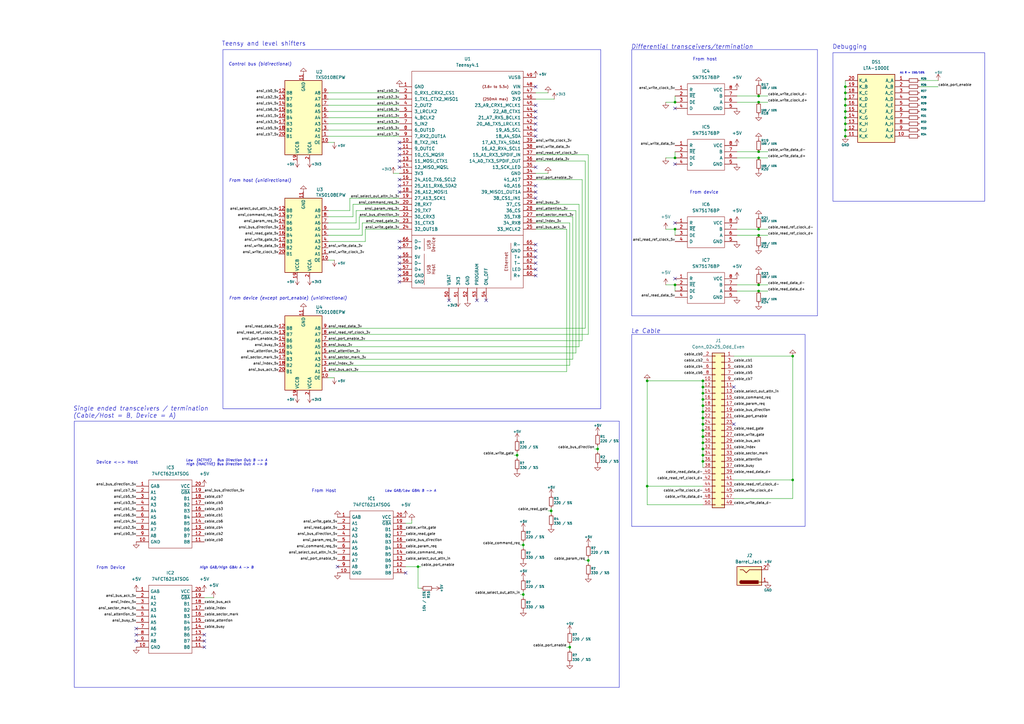
<source format=kicad_sch>
(kicad_sch (version 20231120) (generator "eeschema") (generator_version "8.0")
  (paper "A3")
  (title_block (title "TANSI breadboard") (date "2024-05-18") (rev "0.1") (company "Toshok Electric Light & Manufacturing"))
  (junction (at 311.15 93.98))
  (junction (at 265.43 156.21))
  (junction (at 311.15 39.37))
  (junction (at 288.29 181.61))
  (junction (at 288.29 168.91))
  (junction (at 346.71 40.64))
  (junction (at 288.29 166.37))
  (junction (at 288.29 156.21))
  (junction (at 346.71 50.8))
  (junction (at 311.15 119.38))
  (junction (at 346.71 38.1))
  (junction (at 245.11 184.15))
  (junction (at 288.29 158.75))
  (junction (at 288.29 161.29))
  (junction (at 288.29 184.15))
  (junction (at 288.29 179.07))
  (junction (at 212.09 186.69))
  (junction (at 311.15 62.23))
  (junction (at 288.29 171.45))
  (junction (at 171.45 232.41))
  (junction (at 276.86 116.84))
  (junction (at 311.15 41.91))
  (junction (at 311.15 96.52))
  (junction (at 346.71 53.34))
  (junction (at 325.12 196.85))
  (junction (at 276.86 41.91))
  (junction (at 346.71 48.26))
  (junction (at 241.3 229.87))
  (junction (at 325.12 146.05))
  (junction (at 288.29 173.99))
  (junction (at 311.15 116.84))
  (junction (at 346.71 45.72))
  (junction (at 226.06 209.55))
  (junction (at 288.29 163.83))
  (junction (at 276.86 64.77))
  (junction (at 276.86 93.98))
  (junction (at 214.63 223.52))
  (junction (at 288.29 189.23))
  (junction (at 288.29 176.53))
  (junction (at 346.71 35.56))
  (junction (at 233.68 265.43))
  (junction (at 214.63 243.84))
  (junction (at 288.29 186.69))
  (junction (at 346.71 55.88))
  (junction (at 265.43 199.39))
  (junction (at 346.71 43.18))
  (junction (at 311.15 64.77))
  (no_connect (at 163.83 101.6))
  (no_connect (at 163.83 76.2))
  (no_connect (at 276.86 114.3))
  (no_connect (at 138.43 232.41))
  (no_connect (at 219.71 50.8))
  (no_connect (at 219.71 68.58))
  (no_connect (at 163.83 115.57))
  (no_connect (at 163.83 66.04))
  (no_connect (at 184.15 123.19))
  (no_connect (at 163.83 78.74))
  (no_connect (at 163.83 73.66))
  (no_connect (at 276.86 91.44))
  (no_connect (at 163.83 110.49))
  (no_connect (at 219.71 105.41))
  (no_connect (at 219.71 100.33))
  (no_connect (at 163.83 107.95))
  (no_connect (at 219.71 45.72))
  (no_connect (at 55.88 262.89))
  (no_connect (at 300.99 173.99))
  (no_connect (at 163.83 60.96))
  (no_connect (at 195.58 123.19))
  (no_connect (at 163.83 105.41))
  (no_connect (at 219.71 102.87))
  (no_connect (at 219.71 78.74))
  (no_connect (at 276.86 67.31))
  (no_connect (at 55.88 260.35))
  (no_connect (at 219.71 81.28))
  (no_connect (at 219.71 43.18))
  (no_connect (at 300.99 158.75))
  (no_connect (at 166.37 234.95))
  (no_connect (at 219.71 55.88))
  (no_connect (at 199.39 123.19))
  (no_connect (at 219.71 53.34))
  (no_connect (at 219.71 35.56))
  (no_connect (at 83.82 262.89))
  (no_connect (at 219.71 107.95))
  (no_connect (at 219.71 110.49))
  (no_connect (at 163.83 99.06))
  (no_connect (at 163.83 63.5))
  (no_connect (at 219.71 76.2))
  (no_connect (at 276.86 44.45))
  (no_connect (at 219.71 48.26))
  (no_connect (at 55.88 257.81))
  (no_connect (at 83.82 260.35))
  (no_connect (at 83.82 265.43))
  (no_connect (at 219.71 113.03))
  (no_connect (at 163.83 58.42))
  (no_connect (at 163.83 113.03))
  (no_connect (at 163.83 68.58))
  (wire (pts (xy 302.26 64.77) (xy 311.15 64.77)))
  (wire (pts (xy 346.71 33.02) (xy 346.71 35.56)))
  (wire (pts (xy 214.63 242.57) (xy 214.63 243.84)))
  (wire (pts (xy 276.86 93.98) (xy 276.86 96.52)))
  (wire (pts (xy 288.29 158.75) (xy 288.29 161.29)))
  (wire (pts (xy 325.12 196.85) (xy 325.12 146.05)))
  (wire (pts (xy 302.26 119.38) (xy 311.15 119.38)))
  (wire (pts (xy 346.71 48.26) (xy 346.71 50.8)))
  (wire (pts (xy 241.3 137.16) (xy 134.62 137.16)))
  (wire (pts (xy 134.62 40.64) (xy 163.83 40.64)))
  (wire (pts (xy 241.3 228.6) (xy 241.3 229.87)))
  (wire (pts (xy 219.71 73.66) (xy 238.76 73.66)))
  (wire (pts (xy 346.71 45.72) (xy 346.71 48.26)))
  (wire (pts (xy 144.78 88.9) (xy 134.62 88.9)))
  (wire (pts (xy 134.62 45.72) (xy 163.83 45.72)))
  (wire (pts (xy 219.71 88.9) (xy 234.95 88.9)))
  (wire (pts (xy 149.86 93.98) (xy 149.86 99.06)))
  (wire (pts (xy 325.12 196.85) (xy 300.99 196.85)))
  (wire (pts (xy 240.03 134.62) (xy 134.62 134.62)))
  (wire (pts (xy 273.05 93.98) (xy 276.86 93.98)))
  (wire (pts (xy 241.3 229.87) (xy 241.3 231.14)))
  (wire (pts (xy 302.26 62.23) (xy 311.15 62.23)))
  (wire (pts (xy 212.09 185.42) (xy 212.09 186.69)))
  (wire (pts (xy 384.81 33.02) (xy 377.19 33.02)))
  (wire (pts (xy 245.11 184.15) (xy 245.11 185.42)))
  (wire (pts (xy 226.06 209.55) (xy 226.06 210.82)))
  (wire (pts (xy 219.71 63.5) (xy 241.3 63.5)))
  (wire (pts (xy 243.84 184.15) (xy 245.11 184.15)))
  (wire (pts (xy 134.62 149.86) (xy 233.68 149.86)))
  (wire (pts (xy 311.15 62.23) (xy 314.96 62.23)))
  (wire (pts (xy 171.45 232.41) (xy 171.45 241.3)))
  (wire (pts (xy 137.16 58.42) (xy 134.62 58.42)))
  (wire (pts (xy 137.16 154.94) (xy 134.62 154.94)))
  (wire (pts (xy 172.72 241.3) (xy 171.45 241.3)))
  (wire (pts (xy 149.86 99.06) (xy 134.62 99.06)))
  (wire (pts (xy 288.29 163.83) (xy 288.29 166.37)))
  (wire (pts (xy 146.05 86.36) (xy 163.83 86.36)))
  (wire (pts (xy 311.15 39.37) (xy 314.96 39.37)))
  (wire (pts (xy 214.63 223.52) (xy 214.63 224.79)))
  (wire (pts (xy 144.78 83.82) (xy 163.83 83.82)))
  (wire (pts (xy 384.81 35.56) (xy 377.19 35.56)))
  (wire (pts (xy 288.29 171.45) (xy 288.29 173.99)))
  (wire (pts (xy 134.62 147.32) (xy 234.95 147.32)))
  (wire (pts (xy 233.68 91.44) (xy 233.68 149.86)))
  (wire (pts (xy 276.86 39.37) (xy 276.86 41.91)))
  (wire (pts (xy 134.62 53.34) (xy 163.83 53.34)))
  (wire (pts (xy 237.49 83.82) (xy 237.49 142.24)))
  (wire (pts (xy 302.26 41.91) (xy 311.15 41.91)))
  (wire (pts (xy 219.71 91.44) (xy 233.68 91.44)))
  (wire (pts (xy 325.12 146.05) (xy 300.99 146.05)))
  (wire (pts (xy 288.29 156.21) (xy 265.43 156.21)))
  (wire (pts (xy 168.91 214.63) (xy 168.91 213.36)))
  (wire (pts (xy 265.43 199.39) (xy 265.43 156.21)))
  (wire (pts (xy 240.03 66.04) (xy 240.03 134.62)))
  (wire (pts (xy 302.26 96.52) (xy 311.15 96.52)))
  (wire (pts (xy 241.3 63.5) (xy 241.3 137.16)))
  (wire (pts (xy 288.29 181.61) (xy 288.29 184.15)))
  (wire (pts (xy 134.62 38.1) (xy 163.83 38.1)))
  (wire (pts (xy 273.05 116.84) (xy 276.86 116.84)))
  (wire (pts (xy 273.05 41.91) (xy 276.86 41.91)))
  (wire (pts (xy 134.62 48.26) (xy 163.83 48.26)))
  (wire (pts (xy 288.29 207.01) (xy 265.43 207.01)))
  (wire (pts (xy 276.86 62.23) (xy 276.86 64.77)))
  (wire (pts (xy 240.03 229.87) (xy 241.3 229.87)))
  (wire (pts (xy 311.15 96.52) (xy 314.96 96.52)))
  (wire (pts (xy 134.62 43.18) (xy 163.83 43.18)))
  (wire (pts (xy 233.68 264.16) (xy 233.68 265.43)))
  (wire (pts (xy 302.26 116.84) (xy 311.15 116.84)))
  (wire (pts (xy 147.32 93.98) (xy 134.62 93.98)))
  (wire (pts (xy 212.09 186.69) (xy 212.09 187.96)))
  (wire (pts (xy 288.29 184.15) (xy 288.29 186.69)))
  (wire (pts (xy 166.37 232.41) (xy 171.45 232.41)))
  (wire (pts (xy 219.71 71.12) (xy 224.79 71.12)))
  (wire (pts (xy 147.32 88.9) (xy 163.83 88.9)))
  (wire (pts (xy 325.12 204.47) (xy 325.12 196.85)))
  (wire (pts (xy 166.37 214.63) (xy 168.91 214.63)))
  (wire (pts (xy 311.15 93.98) (xy 314.96 93.98)))
  (wire (pts (xy 288.29 179.07) (xy 288.29 181.61)))
  (wire (pts (xy 134.62 152.4) (xy 232.41 152.4)))
  (wire (pts (xy 238.76 139.7) (xy 134.62 139.7)))
  (wire (pts (xy 134.62 144.78) (xy 236.22 144.78)))
  (wire (pts (xy 288.29 161.29) (xy 288.29 163.83)))
  (wire (pts (xy 147.32 88.9) (xy 147.32 93.98)))
  (wire (pts (xy 276.86 116.84) (xy 276.86 119.38)))
  (wire (pts (xy 288.29 168.91) (xy 288.29 171.45)))
  (wire (pts (xy 232.41 265.43) (xy 233.68 265.43)))
  (wire (pts (xy 134.62 55.88) (xy 163.83 55.88)))
  (wire (pts (xy 346.71 53.34) (xy 346.71 55.88)))
  (wire (pts (xy 311.15 116.84) (xy 314.96 116.84)))
  (wire (pts (xy 311.15 119.38) (xy 314.96 119.38)))
  (wire (pts (xy 143.51 81.28) (xy 163.83 81.28)))
  (wire (pts (xy 213.36 243.84) (xy 214.63 243.84)))
  (wire (pts (xy 149.86 93.98) (xy 163.83 93.98)))
  (wire (pts (xy 234.95 88.9) (xy 234.95 147.32)))
  (wire (pts (xy 288.29 176.53) (xy 288.29 179.07)))
  (wire (pts (xy 226.06 208.28) (xy 226.06 209.55)))
  (wire (pts (xy 219.71 40.64) (xy 227.33 40.64)))
  (wire (pts (xy 137.16 106.68) (xy 134.62 106.68)))
  (wire (pts (xy 219.71 86.36) (xy 236.22 86.36)))
  (wire (pts (xy 300.99 204.47) (xy 325.12 204.47)))
  (wire (pts (xy 213.36 223.52) (xy 214.63 223.52)))
  (wire (pts (xy 144.78 83.82) (xy 144.78 88.9)))
  (wire (pts (xy 143.51 86.36) (xy 134.62 86.36)))
  (wire (pts (xy 134.62 50.8) (xy 163.83 50.8)))
  (wire (pts (xy 210.82 186.69) (xy 212.09 186.69)))
  (wire (pts (xy 288.29 199.39) (xy 265.43 199.39)))
  (wire (pts (xy 233.68 265.43) (xy 233.68 266.7)))
  (wire (pts (xy 146.05 91.44) (xy 134.62 91.44)))
  (wire (pts (xy 245.11 182.88) (xy 245.11 184.15)))
  (wire (pts (xy 143.51 81.28) (xy 143.51 86.36)))
  (wire (pts (xy 238.76 73.66) (xy 238.76 139.7)))
  (wire (pts (xy 161.29 71.12) (xy 163.83 71.12)))
  (wire (pts (xy 346.71 50.8) (xy 346.71 53.34)))
  (wire (pts (xy 288.29 156.21) (xy 288.29 158.75)))
  (wire (pts (xy 219.71 38.1) (xy 224.79 38.1)))
  (wire (pts (xy 171.45 232.41) (xy 172.72 232.41)))
  (wire (pts (xy 302.26 39.37) (xy 311.15 39.37)))
  (wire (pts (xy 288.29 186.69) (xy 288.29 189.23)))
  (wire (pts (xy 146.05 86.36) (xy 146.05 91.44)))
  (wire (pts (xy 219.71 66.04) (xy 240.03 66.04)))
  (wire (pts (xy 134.62 142.24) (xy 237.49 142.24)))
  (wire (pts (xy 148.59 91.44) (xy 163.83 91.44)))
  (wire (pts (xy 148.59 96.52) (xy 134.62 96.52)))
  (wire (pts (xy 224.79 209.55) (xy 226.06 209.55)))
  (wire (pts (xy 236.22 86.36) (xy 236.22 144.78)))
  (wire (pts (xy 83.82 245.11) (xy 87.63 245.11)))
  (wire (pts (xy 148.59 91.44) (xy 148.59 96.52)))
  (wire (pts (xy 219.71 83.82) (xy 237.49 83.82)))
  (wire (pts (xy 288.29 166.37) (xy 288.29 168.91)))
  (wire (pts (xy 311.15 64.77) (xy 314.96 64.77)))
  (wire (pts (xy 346.71 40.64) (xy 346.71 43.18)))
  (wire (pts (xy 273.05 64.77) (xy 276.86 64.77)))
  (wire (pts (xy 311.15 41.91) (xy 314.96 41.91)))
  (wire (pts (xy 214.63 222.25) (xy 214.63 223.52)))
  (wire (pts (xy 288.29 173.99) (xy 288.29 176.53)))
  (wire (pts (xy 219.71 93.98) (xy 232.41 93.98)))
  (wire (pts (xy 346.71 35.56) (xy 346.71 38.1)))
  (wire (pts (xy 265.43 207.01) (xy 265.43 199.39)))
  (wire (pts (xy 302.26 93.98) (xy 311.15 93.98)))
  (wire (pts (xy 288.29 189.23) (xy 288.29 191.77)))
  (wire (pts (xy 346.71 38.1) (xy 346.71 40.64)))
  (wire (pts (xy 346.71 43.18) (xy 346.71 45.72)))
  (wire (pts (xy 214.63 243.84) (xy 214.63 245.11)))
  (wire (pts (xy 232.41 93.98) (xy 232.41 152.4)))
  (rectangle (start 30.48 172.72) (end 254 281.94))
  (rectangle (start 259.08 20.32) (end 335.28 129.54))
  (rectangle (start 91.44 20.32) (end 246.38 167.64))
  (rectangle (start 341.63 21.59) (end 403.86 82.55))
  (rectangle (start 259.08 137.16) (end 330.2 215.9))
  (text "Debugging" (at 348.488 19.304 0) (effects (font (size 1.8 1.8))))
  (text "From device (except port_enable) (unidirectional)" (at 118.11 122.428 0) (effects (font (size 1.27 1.27) (italic yes))))
  (text "Device <-> Host" (at 48.006 189.738 0) (effects (font (size 1.27 1.27))))
  (text "Differential transceivers/termination" (at 258.826 19.304 0) (effects (font (size 1.8 1.8) (italic yes)) (justify left)))
  (text "Le Cable" (at 258.826 135.89 0) (effects (font (size 1.8 1.8) (italic yes)) (justify left)))
  (text "Control bus (bidirectional)" (at 106.68 26.416 0) (effects (font (size 1.27 1.27) (italic yes))))
  (text "From host (unidirectional)" (at 106.68 74.168 0) (effects (font (size 1.27 1.27) (italic yes))))
  (text "High GAB/High GBA: A -> B" (at 92.964 232.918 0) (effects (font (size 1 1) (italic yes))))
  (text "From Host" (at 132.842 201.422 0) (effects (font (size 1.27 1.27))))
  (text "Low GAB/Low GBA: B -> A" (at 168.402 201.422 0) (effects (font (size 1 1) (italic yes))))
  (text "All R = 150/10%" (at 374.142 29.972 0) (effects (font (size 0.75 0.75))))
  (text "From Device" (at 45.466 232.918 0) (effects (font (size 1.27 1.27))))
  (text "From host" (at 289.052 24.384 0) (effects (font (size 1.27 1.27))))
  (text "From device" (at 288.798 78.994 0) (effects (font (size 1.27 1.27))))
  (text "Teensy and level shifters" (at 108.204 18.034 0) (effects (font (size 1.8 1.8))))
  (text "Single ended transceivers / termination\n(Cable/Host = B, Device = A)" (at 29.972 169.164 0) (effects (font (size 1.8 1.8) (italic yes)) (justify left)))
  (text "Low  (ACTIVE)   Bus Direction Out: B -> A\nHigh (INACTIVE) Bus Direction Out: A -> B" (at 92.964 189.738 0) (effects (font (size 1 1) (italic yes))))
  (label "cable_write_gate" (at 210.82 186.69 180) (effects (font (size 1 1))))
  (label "cable_bus_direction" (at 243.84 184.15 180) (effects (font (size 1 1))))
  (label "ansi_cb5_5v" (at 55.88 204.47 180) (effects (font (size 1 1))))
  (label "ansi_read_ref_clock_5v" (at 276.86 99.06 180) (effects (font (size 1 1))))
  (label "ansi_busy_5v" (at 114.3 142.24 180) (effects (font (size 1 1))))
  (label "ansi_write_clock_3v" (at 134.62 104.14 0) (effects (font (size 1 1))))
  (label "cable_read_ref_clock_d-" (at 300.99 199.39 0) (effects (font (size 1 1))))
  (label "ansi_index_5v" (at 114.3 149.86 180) (effects (font (size 1 1))))
  (label "cable_read_ref_clock_d+" (at 314.96 96.52 0) (effects (font (size 1 1))))
  (label "cable_port_enable" (at 384.81 35.56 0) (effects (font (size 1 1))))
  (label "ansi_param_req_3v" (at 163.83 86.36 180) (effects (font (size 1 1))))
  (label "cable_param_req" (at 166.37 224.79 0) (effects (font (size 1 1))))
  (label "ansi_bus_direction_5v" (at 114.3 93.98 180) (effects (font (size 1 1))))
  (label "ansi_cb3_5v" (at 114.3 50.8 180) (effects (font (size 1 1))))
  (label "ansi_write_data_5v" (at 114.3 101.6 180) (effects (font (size 1 1))))
  (label "ansi_bus_ack_5v" (at 114.3 152.4 180) (effects (font (size 1 1))))
  (label "ansi_command_req_3v" (at 163.83 83.82 180) (effects (font (size 1 1))))
  (label "cable_read_data_d-" (at 288.29 194.31 180) (effects (font (size 1 1))))
  (label "cable_read_data_d+" (at 314.96 119.38 0) (effects (font (size 1 1))))
  (label "cable_sector_mark" (at 300.99 186.69 0) (effects (font (size 1 1))))
  (label "cable_select_out_attn_in" (at 166.37 229.87 0) (effects (font (size 1 1))))
  (label "ansi_read_ref_clock_3v" (at 134.62 137.16 0) (effects (font (size 1 1))))
  (label "ansi_index_5v" (at 55.88 247.65 180) (effects (font (size 1 1))))
  (label "ansi_bus_direction_5v" (at 55.88 199.39 180) (effects (font (size 1 1))))
  (label "ansi_sector_mark_3v" (at 134.62 147.32 0) (effects (font (size 1 1))))
  (label "cable_cb7" (at 83.82 204.47 0) (effects (font (size 1 1))))
  (label "cable_bus_ack" (at 300.99 181.61 0) (effects (font (size 1 1))))
  (label "cable_cb5" (at 300.99 153.67 0) (effects (font (size 1 1))))
  (label "cable_cb6" (at 288.29 153.67 180) (effects (font (size 1 1))))
  (label "ansi_read_gate_5v" (at 114.3 96.52 180) (effects (font (size 1 1))))
  (label "cable_write_data_d+" (at 288.29 204.47 180) (effects (font (size 1 1))))
  (label "ansi_write_clock_5v" (at 114.3 104.14 180) (effects (font (size 1 1))))
  (label "cable_read_data_d+" (at 300.99 194.31 0) (effects (font (size 1 1))))
  (label "ansi_cb5_3v" (at 163.83 53.34 180) (effects (font (size 1 1))))
  (label "cable_write_data_d+" (at 314.96 64.77 0) (effects (font (size 1 1))))
  (label "cable_read_gate" (at 224.79 209.55 180) (effects (font (size 1 1))))
  (label "cable_port_enable" (at 232.41 265.43 180) (effects (font (size 1 1))))
  (label "cable_cb2" (at 288.29 148.59 180) (effects (font (size 1 1))))
  (label "ansi_cb3_5v" (at 55.88 207.01 180) (effects (font (size 1 1))))
  (label "ansi_cb0_5v" (at 114.3 38.1 180) (effects (font (size 1 1))))
  (label "ansi_write_data_5v" (at 276.86 59.69 180) (effects (font (size 1 1))))
  (label "ansi_busy_5v" (at 55.88 255.27 180) (effects (font (size 1 1))))
  (label "cable_cb0" (at 83.82 222.25 0) (effects (font (size 1 1))))
  (label "ansi_cb4_5v" (at 55.88 214.63 180) (effects (font (size 1 1))))
  (label "ansi_port_enable_3v" (at 219.71 73.66 0) (effects (font (size 1 1))))
  (label "cable_write_clock_d-" (at 314.96 39.37 0) (effects (font (size 1 1))))
  (label "ansi_read_gate_3v" (at 163.83 91.44 180) (effects (font (size 1 1))))
  (label "ansi_bus_ack_5v" (at 55.88 245.11 180) (effects (font (size 1 1))))
  (label "cable_write_clock_d+" (at 300.99 201.93 0) (effects (font (size 1 1))))
  (label "ansi_bus_ack_3v" (at 134.62 152.4 0) (effects (font (size 1 1))))
  (label "cable_cb6" (at 83.82 214.63 0) (effects (font (size 1 1))))
  (label "cable_read_ref_clock_d+" (at 288.29 196.85 180) (effects (font (size 1 1))))
  (label "cable_command_req" (at 166.37 227.33 0) (effects (font (size 1 1))))
  (label "ansi_cb2_5v" (at 55.88 217.17 180) (effects (font (size 1 1))))
  (label "ansi_cb2_5v" (at 114.3 40.64 180) (effects (font (size 1 1))))
  (label "cable_command_req" (at 300.99 163.83 0) (effects (font (size 1 1))))
  (label "ansi_attention_5v" (at 55.88 252.73 180) (effects (font (size 1 1))))
  (label "ansi_index_3v" (at 219.71 91.44 0) (effects (font (size 1 1))))
  (label "cable_write_gate" (at 166.37 217.17 0) (effects (font (size 1 1))))
  (label "ansi_attention_5v" (at 114.3 144.78 180) (effects (font (size 1 1))))
  (label "cable_cb2" (at 83.82 219.71 0) (effects (font (size 1 1))))
  (label "cable_bus_ack" (at 83.82 247.65 0) (effects (font (size 1 1))))
  (label "ansi_write_gate_3v" (at 163.83 93.98 180) (effects (font (size 1 1))))
  (label "cable_param_req" (at 240.03 229.87 180) (effects (font (size 1 1))))
  (label "ansi_cb3_3v" (at 163.83 50.8 180) (effects (font (size 1 1))))
  (label "ansi_cb0_3v" (at 163.83 38.1 180) (effects (font (size 1 1))))
  (label "cable_write_data_d-" (at 300.99 207.01 0) (effects (font (size 1 1))))
  (label "ansi_cb4_3v" (at 163.83 43.18 180) (effects (font (size 1 1))))
  (label "ansi_param_req_5v" (at 114.3 91.44 180) (effects (font (size 1 1))))
  (label "cable_read_ref_clock_d-" (at 314.96 93.98 0) (effects (font (size 1 1))))
  (label "ansi_index_3v" (at 134.62 149.86 0) (effects (font (size 1 1))))
  (label "ansi_attention_3v" (at 134.62 144.78 0) (effects (font (size 1 1))))
  (label "cable_cb5" (at 83.82 207.01 0) (effects (font (size 1 1))))
  (label "ansi_cb1_3v" (at 163.83 48.26 180) (effects (font (size 1 1))))
  (label "ansi_cb2_3v" (at 163.83 40.64 180) (effects (font (size 1 1))))
  (label "cable_cb1" (at 83.82 212.09 0) (effects (font (size 1 1))))
  (label "ansi_cb7_5v" (at 55.88 201.93 180) (effects (font (size 1 1))))
  (label "cable_cb3" (at 300.99 151.13 0) (effects (font (size 1 1))))
  (label "ansi_cb6_3v" (at 163.83 45.72 180) (effects (font (size 1 1))))
  (label "ansi_write_gate_5v" (at 114.3 99.06 180) (effects (font (size 1 1))))
  (label "ansi_select_out_attn_in_5v" (at 138.43 227.33 180) (effects (font (size 1 1))))
  (label "ansi_write_gate_5v" (at 138.43 214.63 180) (effects (font (size 1 1))))
  (label "cable_index" (at 300.99 184.15 0) (effects (font (size 1 1))))
  (label "ansi_sector_mark_5v" (at 55.88 250.19 180) (effects (font (size 1 1))))
  (label "cable_port_enable" (at 300.99 171.45 0) (effects (font (size 1 1))))
  (label "ansi_port_enable_3v" (at 134.62 139.7 0) (effects (font (size 1 1))))
  (label "cable_write_clock_d+" (at 314.96 41.91 0) (effects (font (size 1 1))))
  (label "cable_select_out_attn_in" (at 213.36 243.84 180) (effects (font (size 1 1))))
  (label "ansi_read_ref_clock_5v" (at 114.3 137.16 180) (effects (font (size 1 1))))
  (label "cable_index" (at 83.82 250.19 0) (effects (font (size 1 1))))
  (label "ansi_command_req_5v" (at 138.43 224.79 180) (effects (font (size 1 1))))
  (label "cable_command_req" (at 213.36 223.52 180) (effects (font (size 1 1))))
  (label "cable_select_out_attn_in" (at 300.99 161.29 0) (effects (font (size 1 1))))
  (label "cable_cb0" (at 288.29 146.05 180) (effects (font (size 1 1))))
  (label "cable_busy" (at 300.99 191.77 0) (effects (font (size 1 1))))
  (label "ansi_busy_3v" (at 134.62 142.24 0) (effects (font (size 1 1))))
  (label "ansi_select_out_attn_in_5v" (at 114.3 86.36 180) (effects (font (size 1 1))))
  (label "cable_cb1" (at 300.99 148.59 0) (effects (font (size 1 1))))
  (label "ansi_busy_3v" (at 219.71 83.82 0) (effects (font (size 1 1))))
  (label "cable_write_data_d-" (at 314.96 62.23 0) (effects (font (size 1 1))))
  (label "ansi_sector_mark_5v" (at 114.3 147.32 180) (effects (font (size 1 1))))
  (label "cable_attention" (at 300.99 189.23 0) (effects (font (size 1 1))))
  (label "ansi_cb0_5v" (at 55.88 219.71 180) (effects (font (size 1 1))))
  (label "ansi_read_gate_5v" (at 138.43 217.17 180) (effects (font (size 1 1))))
  (label "ansi_write_data_3v" (at 134.62 101.6 0) (effects (font (size 1 1))))
  (label "ansi_read_data_3v" (at 219.71 66.04 0) (effects (font (size 1 1))))
  (label "ansi_cb4_5v" (at 114.3 43.18 180) (effects (font (size 1 1))))
  (label "ansi_read_data_3v" (at 134.62 134.62 0) (effects (font (size 1 1))))
  (label "ansi_bus_direction_5v" (at 83.82 201.93 0) (effects (font (size 1 1))))
  (label "ansi_read_data_5v" (at 114.3 134.62 180) (effects (font (size 1 1))))
  (label "cable_cb4" (at 83.82 217.17 0) (effects (font (size 1 1))))
  (label "cable_bus_direction" (at 166.37 222.25 0) (effects (font (size 1 1))))
  (label "cable_bus_direction" (at 300.99 168.91 0) (effects (font (size 1 1))))
  (label "ansi_attention_3v" (at 219.71 86.36 0) (effects (font (size 1 1))))
  (label "ansi_write_clock_5v" (at 276.86 36.83 180) (effects (font (size 1 1))))
  (label "ansi_param_req_5v" (at 138.43 222.25 180) (effects (font (size 1 1))))
  (label "cable_cb7" (at 300.99 156.21 0) (effects (font (size 1 1))))
  (label "ansi_cb7_3v" (at 163.83 55.88 180) (effects (font (size 1 1))))
  (label "cable_write_gate" (at 300.99 179.07 0) (effects (font (size 1 1))))
  (label "cable_cb3" (at 83.82 209.55 0) (effects (font (size 1 1))))
  (label "ansi_bus_direction_3v" (at 163.83 88.9 180) (effects (font (size 1 1))))
  (label "ansi_command_req_5v" (at 114.3 88.9 180) (effects (font (size 1 1))))
  (label "ansi_port_enable_5v" (at 114.3 139.7 180) (effects (font (size 1 1))))
  (label "ansi_cb7_5v" (at 114.3 55.88 180) (effects (font (size 1 1))))
  (label "cable_param_req" (at 300.99 166.37 0) (effects (font (size 1 1))))
  (label "cable_busy" (at 83.82 257.81 0) (effects (font (size 1 1))))
  (label "cable_port_enable" (at 172.72 232.41 0) (effects (font (size 1 1))))
  (label "ansi_select_out_attn_in_3v" (at 163.83 81.28 180) (effects (font (size 1 1))))
  (label "ansi_read_data_5v" (at 276.86 121.92 180) (effects (font (size 1 1))))
  (label "ansi_bus_direction_5v" (at 138.43 219.71 180) (effects (font (size 1 1))))
  (label "ansi_cb5_5v" (at 114.3 53.34 180) (effects (font (size 1 1))))
  (label "cable_cb4" (at 288.29 151.13 180) (effects (font (size 1 1))))
  (label "ansi_write_data_3v" (at 219.71 60.96 0) (effects (font (size 1 1))))
  (label "cable_read_data_d-" (at 314.96 116.84 0) (effects (font (size 1 1))))
  (label "ansi_write_clock_3v" (at 219.71 58.42 0) (effects (font (size 1 1))))
  (label "ansi_port_enable_5v" (at 138.43 229.87 180) (effects (font (size 1 1))))
  (label "cable_sector_mark" (at 83.82 252.73 0) (effects (font (size 1 1))))
  (label "ansi_cb1_5v" (at 114.3 48.26 180) (effects (font (size 1 1))))
  (label "ansi_bus_ack_3v" (at 219.71 93.98 0) (effects (font (size 1 1))))
  (label "ansi_cb6_5v" (at 114.3 45.72 180) (effects (font (size 1 1))))
  (label "cable_read_gate" (at 300.99 176.53 0) (effects (font (size 1 1))))
  (label "cable_write_clock_d-" (at 288.29 201.93 180) (effects (font (size 1 1))))
  (label "ansi_sector_mark_3v" (at 219.71 88.9 0) (effects (font (size 1 1))))
  (label "ansi_cb1_5v" (at 55.88 209.55 180) (effects (font (size 1 1))))
  (label "cable_read_gate" (at 166.37 219.71 0) (effects (font (size 1 1))))
  (label "ansi_cb6_5v" (at 55.88 212.09 180) (effects (font (size 1 1))))
  (label "ansi_read_ref_clock_3v" (at 219.71 63.5 0) (effects (font (size 1 1))))
  (label "cable_attention" (at 83.82 255.27 0) (effects (font (size 1 1))))
  (symbol (lib_id "power:GND") (at 311.15 124.46 0) (mirror y) (unit 1)
    (property "Reference" "#PWR067" (effects (hide yes)))
    (property "Value" "GND" (effects (hide yes)))
    (property "Description" "Power symbol creates a global label with name \"GND\" , ground" (effects (hide yes)))
  )
  (symbol (lib_id "power:GND") (at 214.63 250.19 0) (unit 1)
    (property "Reference" "#PWR033" (effects (hide yes)))
    (property "Value" "GND" (effects (hide yes)))
    (property "Description" "Power symbol creates a global label with name \"GND\" , ground" (effects (hide yes)))
  )
  (symbol (lib_id "power:+5V") (at 302.26 59.69 0) (unit 1)
    (property "Reference" "#PWR051" (effects (hide yes)))
    (property "Value" "+5V" (at 302.26 54.61 0))
    (property "Description" "Power symbol creates a global label with name \"+5V\"" (effects (hide yes)))
  )
  (symbol (lib_id "power:GND") (at 311.15 111.76 180) (unit 1)
    (property "Reference" "#PWR066" (effects (hide yes)))
    (property "Value" "GND" (effects (hide yes)))
    (property "Description" "Power symbol creates a global label with name \"GND\" , ground" (effects (hide yes)))
  )
  (symbol (lib_id "power:+5V") (at 212.09 180.34 0) (unit 1)
    (property "Reference" "#PWR026" (effects (hide yes)))
    (property "Value" "+5V" (at 212.09 177.038 0) (effects (font (size 1 1))))
    (property "Description" "Power symbol creates a global label with name \"+5V\"" (effects (hide yes)))
  )
  (symbol (lib_id "Device:R_Small") (at 175.26 241.3 270) (unit 1)
    (property "Reference" "R16" (at 175.768 242.316 0) (effects (font (size 1 1)) (justify left)))
    (property "Value" "10k / 10%" (at 173.99 242.316 0) (effects (font (size 1 1)) (justify left)))
    (property "Footprint" "Resistor_SMD:R_01005_0402Metric" (effects (hide yes)))
    (property "Description" "Resistor, small symbol" (effects (hide yes)))
  )
  (symbol (lib_id "Device:R_Small") (at 374.65 48.26 90) (mirror x) (unit 1)
    (property "Reference" "R31" (at 377.698 47.498 90) (effects (font (size 0.75 0.75)) (justify right)))
    (property "Value" "150 / 10%" (effects (hide yes)))
    (property "Footprint" "Resistor_SMD:R_01005_0402Metric" (effects (hide yes)))
    (property "Description" "Resistor, small symbol" (effects (hide yes)))
  )
  (symbol (lib_id "power:+3V3") (at 161.29 71.12 0) (unit 1)
    (property "Reference" "#PWR038" (effects (hide yes)))
    (property "Value" "+3V3" (at 158.496 69.342 0) (effects (font (size 1 1))))
    (property "Description" "Power symbol creates a global label with name \"+3V3\"" (effects (hide yes)))
  )
  (symbol (lib_id "power:GND") (at 311.15 101.6 0) (mirror y) (unit 1)
    (property "Reference" "#PWR065" (effects (hide yes)))
    (property "Value" "GND" (effects (hide yes)))
    (property "Description" "Power symbol creates a global label with name \"GND\" , ground" (effects (hide yes)))
  )
  (symbol (lib_id "Device:R_Small") (at 241.3 226.06 0) (unit 1)
    (property "Reference" "R?" (at 242.316 224.79 0) (effects (font (size 1 1)) (justify left)))
    (property "Value" "220 / 5%" (at 242.316 226.568 0) (effects (font (size 1 1)) (justify left)))
    (property "Footprint" "Resistor_SMD:R_01005_0402Metric" (effects (hide yes)))
    (property "Description" "Resistor, small symbol" (effects (hide yes)))
  )
  (symbol (lib_id "power:GND") (at 273.05 64.77 0) (unit 1)
    (property "Reference" "#PWR057" (effects (hide yes)))
    (property "Value" "GND" (effects (hide yes)))
    (property "Description" "Power symbol creates a global label with name \"GND\" , ground" (effects (hide yes)))
  )
  (symbol (lib_id "power:+5V") (at 83.82 242.57 0) (unit 1)
    (property "Reference" "#PWR040" (effects (hide yes)))
    (property "Value" "+5V" (at 83.82 237.49 0))
    (property "Description" "Power symbol creates a global label with name \"+5V\"" (effects (hide yes)))
  )
  (symbol (lib_id "power:GND") (at 124.46 78.74 180) (unit 1)
    (property "Reference" "#PWR05" (effects (hide yes)))
    (property "Value" "GND" (effects (hide yes)))
    (property "Description" "Power symbol creates a global label with name \"GND\" , ground" (effects (hide yes)))
  )
  (symbol (lib_id "power:GND") (at 224.79 38.1 180) (unit 1)
    (property "Reference" "#PWR035" (effects (hide yes)))
    (property "Value" "GND" (effects (hide yes)))
    (property "Description" "Power symbol creates a global label with name \"GND\" , ground" (effects (hide yes)))
  )
  (symbol (lib_id "power:+5V") (at 245.11 177.8 0) (unit 1)
    (property "Reference" "#PWR076" (effects (hide yes)))
    (property "Value" "+5V" (at 245.11 174.498 0) (effects (font (size 1 1))))
    (property "Description" "Power symbol creates a global label with name \"+5V\"" (effects (hide yes)))
  )
  (symbol (lib_id "power:+5V") (at 121.92 114.3 180) (unit 1)
    (property "Reference" "#PWR08" (effects (hide yes)))
    (property "Value" "+5V" (at 119.126 115.57 0) (effects (font (size 1 1))))
    (property "Description" "Power symbol creates a global label with name \"+5V\"" (effects (hide yes)))
  )
  (symbol (lib_id "SN75176BP:SN75176BP") (at 276.86 91.44 0) (unit 1)
    (property "Reference" "IC6" (at 289.56 83.82 0))
    (property "Value" "SN75176BP" (at 289.56 86.36 0))
    (property "Footprint" "Package_SO:SOIC-8-1EP_3.9x4.9mm_P1.27mm_EP2.95x4.9mm_Mask2.71x3.4mm" (effects (hide yes)))
    (property "Datasheet" "http://www.ti.com/lit/ds/symlink/sn75176b.pdf" (effects (hide yes)))
    (property "Description" "SN75176BP, Line Transceiver Differential, 5 V, 8-Pin PDIP" (effects (hide yes)))
    (property "Height" "5.08" (effects (hide yes)))
    (property "Mouser Part Number" "595-SN75176BP" (effects (hide yes)))
    (property "Mouser Price/Stock" "https://www.mouser.co.uk/ProductDetail/Texas-Instruments/SN75176BP?qs=FetendrIl6uStzmaeBLInA%3D%3D" (effects (hide yes)))
    (property "Manufacturer_Name" "Texas Instruments" (effects (hide yes)))
    (property "Manufacturer_Part_Number" "SN75176BP" (effects (hide yes)))
  )
  (symbol (lib_id "power:+5V") (at 177.8 241.3 270) (unit 1)
    (property "Reference" "#PWR021" (effects (hide yes)))
    (property "Value" "+5V" (at 181.102 241.3 0) (effects (font (size 1 1))))
    (property "Description" "Power symbol creates a global label with name \"+5V\"" (effects (hide yes)))
  )
  (symbol (lib_id "power:GND") (at 265.43 156.21 0) (mirror x) (unit 1)
    (property "Reference" "#PWR016" (effects (hide yes)))
    (property "Value" "GND" (effects (hide yes)))
    (property "Description" "Power symbol creates a global label with name \"GND\" , ground" (effects (hide yes)))
  )
  (symbol (lib_id "power:GND") (at 273.05 41.91 0) (unit 1)
    (property "Reference" "#PWR056" (effects (hide yes)))
    (property "Value" "GND" (effects (hide yes)))
    (property "Description" "Power symbol creates a global label with name \"GND\" , ground" (effects (hide yes)))
  )
  (symbol (lib_id "power:GND") (at 124.46 127 180) (unit 1)
    (property "Reference" "#PWR011" (effects (hide yes)))
    (property "Value" "GND" (effects (hide yes)))
    (property "Description" "Power symbol creates a global label with name \"GND\" , ground" (effects (hide yes)))
  )
  (symbol (lib_id "Connector:Barrel_Jack") (at 307.34 236.22 0) (mirror x) (unit 1)
    (property "Reference" "J2" (at 308.61 227.838 0) (effects (justify right)))
    (property "Value" "Barrel_Jack" (at 312.674 230.378 0) (effects (justify right)))
    (property "Description" "DC Barrel Jack" (effects (hide yes)))
  )
  (symbol (lib_id "power:GND") (at 302.26 67.31 0) (unit 1)
    (property "Reference" "#PWR055" (effects (hide yes)))
    (property "Value" "GND" (effects (hide yes)))
    (property "Description" "Power symbol creates a global label with name \"GND\" , ground" (effects (hide yes)))
  )
  (symbol (lib_id "Device:R_Small") (at 214.63 240.03 0) (unit 1)
    (property "Reference" "R?" (at 215.646 238.76 0) (effects (font (size 1 1)) (justify left)))
    (property "Value" "220 / 5%" (at 215.646 240.538 0) (effects (font (size 1 1)) (justify left)))
    (property "Footprint" "Resistor_SMD:R_01005_0402Metric" (effects (hide yes)))
    (property "Description" "Resistor, small symbol" (effects (hide yes)))
  )
  (symbol (lib_id "power:+3V3") (at 127 66.04 180) (unit 1)
    (property "Reference" "#PWR06" (effects (hide yes)))
    (property "Value" "+3V3" (at 129.794 67.31 0) (effects (font (size 1 1))))
    (property "Description" "Power symbol creates a global label with name \"+3V3\"" (effects (hide yes)))
  )
  (symbol (lib_id "power:+5V") (at 87.63 245.11 0) (unit 1)
    (property "Reference" "#PWR044" (effects (hide yes)))
    (property "Value" "+5V" (at 87.63 240.03 0))
    (property "Description" "Power symbol creates a global label with name \"+5V\"" (effects (hide yes)))
  )
  (symbol (lib_id "power:GND") (at 168.91 213.36 180) (unit 1)
    (property "Reference" "#PWR042" (effects (hide yes)))
    (property "Value" "GND" (effects (hide yes)))
    (property "Description" "Power symbol creates a global label with name \"GND\" , ground" (effects (hide yes)))
  )
  (symbol (lib_id "SN75176BP:SN75176BP") (at 276.86 59.69 0) (unit 1)
    (property "Reference" "IC5" (at 289.56 52.07 0))
    (property "Value" "SN75176BP" (at 289.56 54.61 0))
    (property "Footprint" "Package_SO:SOIC-8-1EP_3.9x4.9mm_P1.27mm_EP2.95x4.9mm_Mask2.71x3.4mm" (effects (hide yes)))
    (property "Datasheet" "http://www.ti.com/lit/ds/symlink/sn75176b.pdf" (effects (hide yes)))
    (property "Description" "SN75176BP, Line Transceiver Differential, 5 V, 8-Pin PDIP" (effects (hide yes)))
    (property "Height" "5.08" (effects (hide yes)))
    (property "Mouser Part Number" "595-SN75176BP" (effects (hide yes)))
    (property "Mouser Price/Stock" "https://www.mouser.co.uk/ProductDetail/Texas-Instruments/SN75176BP?qs=FetendrIl6uStzmaeBLInA%3D%3D" (effects (hide yes)))
    (property "Manufacturer_Name" "Texas Instruments" (effects (hide yes)))
    (property "Manufacturer_Part_Number" "SN75176BP" (effects (hide yes)))
  )
  (symbol (lib_id "Device:R_Small") (at 374.65 45.72 90) (mirror x) (unit 1)
    (property "Reference" "R30" (at 377.698 44.958 90) (effects (font (size 0.75 0.75)) (justify right)))
    (property "Value" "150 / 10%" (effects (hide yes)))
    (property "Footprint" "Resistor_SMD:R_01005_0402Metric" (effects (hide yes)))
    (property "Description" "Resistor, small symbol" (effects (hide yes)))
  )
  (symbol (lib_id "Device:R_Small") (at 214.63 247.65 0) (unit 1)
    (property "Reference" "R?" (at 215.646 247.142 0) (effects (font (size 1 1)) (justify left)))
    (property "Value" "330 / %5" (at 215.646 248.92 0) (effects (font (size 1 1)) (justify left)))
    (property "Footprint" "Resistor_SMD:R_01005_0402Metric" (effects (hide yes)))
    (property "Description" "Resistor, small symbol" (effects (hide yes)))
  )
  (symbol (lib_id "SN75176BP:SN75176BP") (at 276.86 114.3 0) (unit 1)
    (property "Reference" "IC7" (at 289.56 106.68 0))
    (property "Value" "SN75176BP" (at 289.56 109.22 0))
    (property "Footprint" "Package_SO:SOIC-8-1EP_3.9x4.9mm_P1.27mm_EP2.95x4.9mm_Mask2.71x3.4mm" (effects (hide yes)))
    (property "Datasheet" "http://www.ti.com/lit/ds/symlink/sn75176b.pdf" (effects (hide yes)))
    (property "Description" "SN75176BP, Line Transceiver Differential, 5 V, 8-Pin PDIP" (effects (hide yes)))
    (property "Height" "5.08" (effects (hide yes)))
    (property "Mouser Part Number" "595-SN75176BP" (effects (hide yes)))
    (property "Mouser Price/Stock" "https://www.mouser.co.uk/ProductDetail/Texas-Instruments/SN75176BP?qs=FetendrIl6uStzmaeBLInA%3D%3D" (effects (hide yes)))
    (property "Manufacturer_Name" "Texas Instruments" (effects (hide yes)))
    (property "Manufacturer_Part_Number" "SN75176BP" (effects (hide yes)))
  )
  (symbol (lib_id "power:GND") (at 314.96 238.76 0) (mirror y) (unit 1)
    (property "Reference" "#PWR023" (effects (hide yes)))
    (property "Value" "GND" (at 314.96 242.062 0) (effects (font (size 1 1))))
    (property "Description" "Power symbol creates a global label with name \"GND\" , ground" (effects (hide yes)))
  )
  (symbol (lib_id "power:GND") (at 224.79 71.12 180) (unit 1)
    (property "Reference" "#PWR037" (effects (hide yes)))
    (property "Value" "GND" (effects (hide yes)))
    (property "Description" "Power symbol creates a global label with name \"GND\" , ground" (effects (hide yes)))
  )
  (symbol (lib_id "power:GND") (at 138.43 234.95 0) (unit 1)
    (property "Reference" "#PWR018" (effects (hide yes)))
    (property "Value" "GND" (effects (hide yes)))
    (property "Description" "Power symbol creates a global label with name \"GND\" , ground" (effects (hide yes)))
  )
  (symbol (lib_id "Device:R_Small") (at 311.15 121.92 0) (mirror y) (unit 1)
    (property "Reference" "R24" (at 312.166 123.952 0) (effects (font (size 1 1)) (justify right)))
    (property "Value" "100 / 10%" (at 312.166 122.682 0) (effects (font (size 0.75 0.75)) (justify right)))
    (property "Footprint" "Resistor_SMD:R_01005_0402Metric" (effects (hide yes)))
    (property "Description" "Resistor, small symbol" (effects (hide yes)))
  )
  (symbol (lib_id "power:GND") (at 214.63 229.87 0) (unit 1)
    (property "Reference" "#PWR031" (effects (hide yes)))
    (property "Value" "GND" (effects (hide yes)))
    (property "Description" "Power symbol creates a global label with name \"GND\" , ground" (effects (hide yes)))
  )
  (symbol (lib_id "power:+5V") (at 166.37 212.09 0) (unit 1)
    (property "Reference" "#PWR041" (effects (hide yes)))
    (property "Value" "+5V" (at 166.37 207.01 0))
    (property "Description" "Power symbol creates a global label with name \"+5V\"" (effects (hide yes)))
  )
  (symbol (lib_id "power:GND") (at 311.15 57.15 180) (unit 1)
    (property "Reference" "#PWR062" (effects (hide yes)))
    (property "Value" "GND" (effects (hide yes)))
    (property "Description" "Power symbol creates a global label with name \"GND\" , ground" (effects (hide yes)))
  )
  (symbol (lib_id "Logic_LevelTranslator:TXS0108EPW") (at 124.46 96.52 180) (unit 1)
    (property "Reference" "U3" (at 129.794 77.724 0) (effects (justify right)))
    (property "Value" "TXS0108EPW" (at 129.54 80.01 0) (effects (justify right)))
    (property "Footprint" "Package_SO:TSSOP-20_4.4x6.5mm_P0.65mm" (effects (hide yes)))
    (property "Datasheet" "www.ti.com/lit/ds/symlink/txs0108e.pdf" (effects (hide yes)))
    (property "Description" "Bidirectional  level-shifting voltage translator, TSSOP-20" (effects (hide yes)))
  )
  (symbol (lib_id "power:+5V") (at 226.06 203.2 0) (unit 1)
    (property "Reference" "#PWR078" (effects (hide yes)))
    (property "Value" "+5V" (at 226.06 199.898 0) (effects (font (size 1 1))))
    (property "Description" "Power symbol creates a global label with name \"+5V\"" (effects (hide yes)))
  )
  (symbol (lib_id "power:GND") (at 311.15 88.9 180) (unit 1)
    (property "Reference" "#PWR064" (effects (hide yes)))
    (property "Value" "GND" (effects (hide yes)))
    (property "Description" "Power symbol creates a global label with name \"GND\" , ground" (effects (hide yes)))
  )
  (symbol (lib_id "LTA-1000E:LTA-1000E") (at 372.11 33.02 0) (mirror y) (unit 1)
    (property "Reference" "DS1" (at 359.41 25.4 0))
    (property "Value" "LTA-1000E" (at 359.41 27.94 0))
    (property "Footprint" "DIPS762W50P254L2527H825Q20N" (effects (hide yes)))
    (property "Datasheet" "https://www.arrow.com/en/products/lta-1000e/lite-on-technology?region=nac" (effects (hide yes)))
    (property "Description" "LED Bars and Arrays 10 BAR Orange" (effects (hide yes)))
    (property "Height" "8.25" (effects (hide yes)))
    (property "Mouser Part Number" "859-LTA-1000E" (effects (hide yes)))
    (property "Mouser Price/Stock" "https://www.mouser.co.uk/ProductDetail/Lite-On/LTA-1000E?qs=KkrvoU4arcEtJkHLyZPG4Q%3D%3D" (effects (hide yes)))
    (property "Manufacturer_Name" "Lite-On" (effects (hide yes)))
    (property "Manufacturer_Part_Number" "LTA-1000E" (effects (hide yes)))
  )
  (symbol (lib_id "power:+5V") (at 314.96 233.68 0) (mirror y) (unit 1)
    (property "Reference" "#PWR022" (effects (hide yes)))
    (property "Value" "+5V" (at 314.96 230.378 0) (effects (font (size 1 1))))
    (property "Description" "Power symbol creates a global label with name \"+5V\"" (effects (hide yes)))
  )
  (symbol (lib_id "Device:R_Small") (at 374.65 55.88 90) (mirror x) (unit 1)
    (property "Reference" "R34" (at 377.698 55.118 90) (effects (font (size 0.75 0.75)) (justify right)))
    (property "Value" "150 / 10%" (effects (hide yes)))
    (property "Footprint" "Resistor_SMD:R_01005_0402Metric" (effects (hide yes)))
    (property "Description" "Resistor, small symbol" (effects (hide yes)))
  )
  (symbol (lib_id "Device:R_Small") (at 374.65 35.56 90) (mirror x) (unit 1)
    (property "Reference" "R26" (at 377.698 34.798 90) (effects (font (size 0.75 0.75)) (justify right)))
    (property "Value" "150 / 10%" (effects (hide yes)))
    (property "Footprint" "Resistor_SMD:R_01005_0402Metric" (effects (hide yes)))
    (property "Description" "Resistor, small symbol" (effects (hide yes)))
  )
  (symbol (lib_id "power:+5V") (at 302.26 91.44 0) (unit 1)
    (property "Reference" "#PWR049" (effects (hide yes)))
    (property "Value" "+5V" (at 302.26 86.36 0))
    (property "Description" "Power symbol creates a global label with name \"+5V\"" (effects (hide yes)))
  )
  (symbol (lib_id "SN75176BP:SN75176BP") (at 276.86 36.83 0) (unit 1)
    (property "Reference" "IC4" (at 289.56 29.21 0))
    (property "Value" "SN75176BP" (at 289.56 31.75 0))
    (property "Footprint" "Package_SO:SOIC-8-1EP_3.9x4.9mm_P1.27mm_EP2.95x4.9mm_Mask2.71x3.4mm" (effects (hide yes)))
    (property "Datasheet" "http://www.ti.com/lit/ds/symlink/sn75176b.pdf" (effects (hide yes)))
    (property "Description" "SN75176BP, Line Transceiver Differential, 5 V, 8-Pin PDIP" (effects (hide yes)))
    (property "Height" "5.08" (effects (hide yes)))
    (property "Mouser Part Number" "595-SN75176BP" (effects (hide yes)))
    (property "Mouser Price/Stock" "https://www.mouser.co.uk/ProductDetail/Texas-Instruments/SN75176BP?qs=FetendrIl6uStzmaeBLInA%3D%3D" (effects (hide yes)))
    (property "Manufacturer_Name" "Texas Instruments" (effects (hide yes)))
    (property "Manufacturer_Part_Number" "SN75176BP" (effects (hide yes)))
  )
  (symbol (lib_id "power:+5V") (at 214.63 217.17 0) (unit 1)
    (property "Reference" "#PWR030" (effects (hide yes)))
    (property "Value" "+5V" (at 214.63 213.868 0) (effects (font (size 1 1))))
    (property "Description" "Power symbol creates a global label with name \"+5V\"" (effects (hide yes)))
  )
  (symbol (lib_id "Device:R_Small") (at 311.15 114.3 180) (unit 1)
    (property "Reference" "R23" (at 312.166 112.268 0) (effects (font (size 1 1)) (justify right)))
    (property "Value" "100 / 10%" (at 312.166 113.538 0) (effects (font (size 0.75 0.75)) (justify right)))
    (property "Footprint" "Resistor_SMD:R_01005_0402Metric" (effects (hide yes)))
    (property "Description" "Resistor, small symbol" (effects (hide yes)))
  )
  (symbol (lib_id "power:+5V") (at 137.16 58.42 0) (mirror x) (unit 1)
    (property "Reference" "#PWR02" (effects (hide yes)))
    (property "Value" "+5V" (at 139.954 59.69 0) (effects (font (size 1 1))))
    (property "Description" "Power symbol creates a global label with name \"+5V\"" (effects (hide yes)))
  )
  (symbol (lib_id "power:+5V") (at 241.3 223.52 0) (unit 1)
    (property "Reference" "#PWR027" (effects (hide yes)))
    (property "Value" "+5V" (at 241.3 220.218 0) (effects (font (size 1 1))))
    (property "Description" "Power symbol creates a global label with name \"+5V\"" (effects (hide yes)))
  )
  (symbol (lib_id "power:GND") (at 124.46 30.48 180) (unit 1)
    (property "Reference" "#PWR01" (effects (hide yes)))
    (property "Value" "GND" (effects (hide yes)))
    (property "Description" "Power symbol creates a global label with name \"GND\" , ground" (effects (hide yes)))
  )
  (symbol (lib_id "Device:R_Small") (at 311.15 67.31 0) (mirror y) (unit 1)
    (property "Reference" "R20" (at 312.166 69.342 0) (effects (font (size 1 1)) (justify right)))
    (property "Value" "100 / 10%" (at 312.166 68.072 0) (effects (font (size 0.75 0.75)) (justify right)))
    (property "Footprint" "Resistor_SMD:R_01005_0402Metric" (effects (hide yes)))
    (property "Description" "Resistor, small symbol" (effects (hide yes)))
  )
  (symbol (lib_id "power:+5V") (at 302.26 114.3 0) (unit 1)
    (property "Reference" "#PWR050" (effects (hide yes)))
    (property "Value" "+5V" (at 302.26 109.22 0))
    (property "Description" "Power symbol creates a global label with name \"+5V\"" (effects (hide yes)))
  )
  (symbol (lib_id "power:+5V") (at 121.92 66.04 180) (unit 1)
    (property "Reference" "#PWR07" (effects (hide yes)))
    (property "Value" "+5V" (at 119.126 67.31 0) (effects (font (size 1 1))))
    (property "Description" "Power symbol creates a global label with name \"+5V\"" (effects (hide yes)))
  )
  (symbol (lib_id "Device:R_Small") (at 226.06 213.36 0) (unit 1)
    (property "Reference" "R4" (at 227.076 212.852 0) (effects (font (size 1 1)) (justify left)))
    (property "Value" "330 / %5" (at 227.076 214.63 0) (effects (font (size 1 1)) (justify left)))
    (property "Footprint" "Resistor_SMD:R_01005_0402Metric" (effects (hide yes)))
    (property "Description" "Resistor, small symbol" (effects (hide yes)))
  )
  (symbol (lib_id "power:GND") (at 311.15 69.85 0) (mirror y) (unit 1)
    (property "Reference" "#PWR063" (effects (hide yes)))
    (property "Value" "GND" (effects (hide yes)))
    (property "Description" "Power symbol creates a global label with name \"GND\" , ground" (effects (hide yes)))
  )
  (symbol (lib_id "power:GND") (at 245.11 190.5 0) (unit 1)
    (property "Reference" "#PWR077" (effects (hide yes)))
    (property "Value" "GND" (effects (hide yes)))
    (property "Description" "Power symbol creates a global label with name \"GND\" , ground" (effects (hide yes)))
  )
  (symbol (lib_id "power:GND") (at 55.88 222.25 0) (unit 1)
    (property "Reference" "#PWR015" (effects (hide yes)))
    (property "Value" "GND" (effects (hide yes)))
    (property "Description" "Power symbol creates a global label with name \"GND\" , ground" (effects (hide yes)))
  )
  (symbol (lib_id "power:GND") (at 241.3 236.22 0) (unit 1)
    (property "Reference" "#PWR029" (effects (hide yes)))
    (property "Value" "GND" (effects (hide yes)))
    (property "Description" "Power symbol creates a global label with name \"GND\" , ground" (effects (hide yes)))
  )
  (symbol (lib_id "Device:R_Small") (at 311.15 36.83 180) (unit 1)
    (property "Reference" "R17" (at 312.166 34.798 0) (effects (font (size 1 1)) (justify right)))
    (property "Value" "100 / 10%" (at 312.166 36.068 0) (effects (font (size 0.75 0.75)) (justify right)))
    (property "Footprint" "Resistor_SMD:R_01005_0402Metric" (effects (hide yes)))
    (property "Description" "Resistor, small symbol" (effects (hide yes)))
  )
  (symbol (lib_id "Connector_Generic:Conn_02x25_Odd_Even") (at 295.91 176.53 0) (mirror y) (unit 1)
    (property "Reference" "J1" (at 294.64 139.7 0))
    (property "Value" "Conn_02x25_Odd_Even" (at 294.64 142.24 0))
    (property "Footprint" "Connector_IDC:IDC-Header_2x25_P2.54mm_Vertical" (effects (hide yes)))
    (property "Description" "Generic connector, double row, 02x25, odd/even pin numbering scheme (row 1 odd numbers, row 2 even numbers), script generated (kicad-library-utils/schlib/autogen/connector/)" (effects (hide yes)))
  )
  (symbol (lib_id "Device:R_Small") (at 374.65 43.18 90) (mirror x) (unit 1)
    (property "Reference" "R29" (at 377.698 42.418 90) (effects (font (size 0.75 0.75)) (justify right)))
    (property "Value" "150 / 10%" (effects (hide yes)))
    (property "Footprint" "Resistor_SMD:R_01005_0402Metric" (effects (hide yes)))
    (property "Description" "Resistor, small symbol" (effects (hide yes)))
  )
  (symbol (lib_id "power:GND") (at 325.12 146.05 0) (mirror x) (unit 1)
    (property "Reference" "#PWR013" (effects (hide yes)))
    (property "Value" "GND" (effects (hide yes)))
    (property "Description" "Power symbol creates a global label with name \"GND\" , ground" (effects (hide yes)))
  )
  (symbol (lib_id "power:+5V") (at 55.88 242.57 0) (unit 1)
    (property "Reference" "#PWR045" (effects (hide yes)))
    (property "Value" "+5V" (at 55.88 237.49 0))
    (property "Description" "Power symbol creates a global label with name \"+5V\"" (effects (hide yes)))
  )
  (symbol (lib_id "power:+5V") (at 302.26 36.83 0) (unit 1)
    (property "Reference" "#PWR048" (effects (hide yes)))
    (property "Value" "+5V" (at 302.26 31.75 0))
    (property "Description" "Power symbol creates a global label with name \"+5V\"" (effects (hide yes)))
  )
  (symbol (lib_id "Device:R_Small") (at 311.15 99.06 0) (mirror y) (unit 1)
    (property "Reference" "R22" (at 312.166 101.092 0) (effects (font (size 1 1)) (justify right)))
    (property "Value" "100 / 10%" (at 312.166 99.822 0) (effects (font (size 0.75 0.75)) (justify right)))
    (property "Footprint" "Resistor_SMD:R_01005_0402Metric" (effects (hide yes)))
    (property "Description" "Resistor, small symbol" (effects (hide yes)))
  )
  (symbol (lib_id "Device:R_Small") (at 311.15 44.45 0) (mirror y) (unit 1)
    (property "Reference" "R18" (at 312.166 46.482 0) (effects (font (size 1 1)) (justify right)))
    (property "Value" "100 / 10%" (at 312.166 45.212 0) (effects (font (size 0.75 0.75)) (justify right)))
    (property "Footprint" "Resistor_SMD:R_01005_0402Metric" (effects (hide yes)))
    (property "Description" "Resistor, small symbol" (effects (hide yes)))
  )
  (symbol (lib_id "Device:R_Small") (at 311.15 91.44 180) (unit 1)
    (property "Reference" "R21" (at 312.166 89.408 0) (effects (font (size 1 1)) (justify right)))
    (property "Value" "100 / 10%" (at 312.166 90.678 0) (effects (font (size 0.75 0.75)) (justify right)))
    (property "Footprint" "Resistor_SMD:R_01005_0402Metric" (effects (hide yes)))
    (property "Description" "Resistor, small symbol" (effects (hide yes)))
  )
  (symbol (lib_id "power:GND") (at 226.06 215.9 0) (unit 1)
    (property "Reference" "#PWR079" (effects (hide yes)))
    (property "Value" "GND" (effects (hide yes)))
    (property "Description" "Power symbol creates a global label with name \"GND\" , ground" (effects (hide yes)))
  )
  (symbol (lib_id "74FCT621:74FCT621ATSOG") (at 55.88 242.57 0) (unit 1)
    (property "Reference" "IC2" (at 69.85 234.95 0))
    (property "Value" "74FCT621ATSOG" (at 69.85 237.49 0))
    (property "Footprint" "Package_SO:SOIC-20W_7.5x12.8mm_P1.27mm" (effects (hide yes)))
    (property "Datasheet" "https://componentsearchengine.com/Datasheets/1/74FCT621ATSOG.pdf" (effects (hide yes)))
    (property "Description" "The 74FCT621T is an octal transceiver with non-inverting Open- Drain bus compatible outputs in both send and receive directions. The B bus outputs are capable of sinking 64mA providing very good capacitive drive characteristics. The 74FCT621A is designed for asynchronous two-way communication between data buses. The 74FCT621A operates at  -40C to +85C" (effects (hide yes)))
    (property "Height" "2.65" (effects (hide yes)))
    (property "Mouser Part Number" "972-74FCT621ATSOG" (effects (hide yes)))
    (property "Mouser Price/Stock" "http://www.mouser.com/Search/ProductDetail.aspx?qs=JcGQCygHkIai3RvgHM2ybA%3d%3d" (effects (hide yes)))
    (property "Manufacturer_Name" "Renesas Electronics" (effects (hide yes)))
    (property "Manufacturer_Part_Number" "74FCT621ATSOG" (effects (hide yes)))
  )
  (symbol (lib_id "power:+3V3") (at 227.33 40.64 0) (unit 1)
    (property "Reference" "#PWR039" (effects (hide yes)))
    (property "Value" "+3V3" (at 229.87 38.608 0) (effects (font (size 1 1))))
    (property "Description" "Power symbol creates a global label with name \"+3V3\"" (effects (hide yes)))
  )
  (symbol (lib_id "power:GND") (at 346.71 55.88 0) (mirror y) (unit 1)
    (property "Reference" "#PWR024" (effects (hide yes)))
    (property "Value" "GND" (at 346.71 59.436 0) (effects (font (size 1 1))))
    (property "Description" "Power symbol creates a global label with name \"GND\" , ground" (effects (hide yes)))
  )
  (symbol (lib_id "power:GND") (at 55.88 265.43 0) (unit 1)
    (property "Reference" "#PWR017" (effects (hide yes)))
    (property "Value" "GND" (effects (hide yes)))
    (property "Description" "Power symbol creates a global label with name \"GND\" , ground" (effects (hide yes)))
  )
  (symbol (lib_id "Device:R_Small") (at 214.63 219.71 0) (unit 1)
    (property "Reference" "R?" (at 215.646 218.44 0) (effects (font (size 1 1)) (justify left)))
    (property "Value" "220 / 5%" (at 215.646 220.218 0) (effects (font (size 1 1)) (justify left)))
    (property "Footprint" "Resistor_SMD:R_01005_0402Metric" (effects (hide yes)))
    (property "Description" "Resistor, small symbol" (effects (hide yes)))
  )
  (symbol (lib_id "power:+5V") (at 214.63 237.49 0) (unit 1)
    (property "Reference" "#PWR032" (effects (hide yes)))
    (property "Value" "+5V" (at 214.63 234.188 0) (effects (font (size 1 1))))
    (property "Description" "Power symbol creates a global label with name \"+5V\"" (effects (hide yes)))
  )
  (symbol (lib_id "power:GND") (at 212.09 193.04 0) (unit 1)
    (property "Reference" "#PWR028" (effects (hide yes)))
    (property "Value" "GND" (effects (hide yes)))
    (property "Description" "Power symbol creates a global label with name \"GND\" , ground" (effects (hide yes)))
  )
  (symbol (lib_id "power:+5V") (at 137.16 154.94 0) (mirror x) (unit 1)
    (property "Reference" "#PWR09" (effects (hide yes)))
    (property "Value" "+5V" (at 139.954 156.21 0) (effects (font (size 1 1))))
    (property "Description" "Power symbol creates a global label with name \"+5V\"" (effects (hide yes)))
  )
  (symbol (lib_id "power:+5V") (at 273.05 93.98 0) (unit 1)
    (property "Reference" "#PWR059" (effects (hide yes)))
    (property "Value" "+5V" (at 273.05 88.9 0))
    (property "Description" "Power symbol creates a global label with name \"+5V\"" (effects (hide yes)))
  )
  (symbol (lib_id "Logic_LevelTranslator:TXS0108EPW") (at 124.46 144.78 180) (unit 1)
    (property "Reference" "U4" (at 132.334 125.984 0) (effects (justify left)))
    (property "Value" "TXS0108EPW" (at 141.732 128.016 0) (effects (justify left)))
    (property "Footprint" "Package_SO:TSSOP-20_4.4x6.5mm_P0.65mm" (effects (hide yes)))
    (property "Datasheet" "www.ti.com/lit/ds/symlink/txs0108e.pdf" (effects (hide yes)))
    (property "Description" "Bidirectional  level-shifting voltage translator, TSSOP-20" (effects (hide yes)))
  )
  (symbol (lib_id "Device:R_Small") (at 374.65 50.8 90) (mirror x) (unit 1)
    (property "Reference" "R32" (at 377.698 50.038 90) (effects (font (size 0.75 0.75)) (justify right)))
    (property "Value" "150 / 10%" (effects (hide yes)))
    (property "Footprint" "Resistor_SMD:R_01005_0402Metric" (effects (hide yes)))
    (property "Description" "Resistor, small symbol" (effects (hide yes)))
  )
  (symbol (lib_id "power:GND") (at 311.15 46.99 0) (mirror y) (unit 1)
    (property "Reference" "#PWR061" (effects (hide yes)))
    (property "Value" "GND" (effects (hide yes)))
    (property "Description" "Power symbol creates a global label with name \"GND\" , ground" (effects (hide yes)))
  )
  (symbol (lib_id "power:+5V") (at 121.92 162.56 180) (unit 1)
    (property "Reference" "#PWR012" (effects (hide yes)))
    (property "Value" "+5V" (at 119.126 163.83 0) (effects (font (size 1 1))))
    (property "Description" "Power symbol creates a global label with name \"+5V\"" (effects (hide yes)))
  )
  (symbol (lib_id "power:+5V") (at 83.82 199.39 0) (unit 1)
    (property "Reference" "#PWR014" (effects (hide yes)))
    (property "Value" "+5V" (at 83.82 194.31 0))
    (property "Description" "Power symbol creates a global label with name \"+5V\"" (effects (hide yes)))
  )
  (symbol (lib_id "power:GND") (at 302.26 121.92 0) (unit 1)
    (property "Reference" "#PWR054" (effects (hide yes)))
    (property "Value" "GND" (effects (hide yes)))
    (property "Description" "Power symbol creates a global label with name \"GND\" , ground" (effects (hide yes)))
  )
  (symbol (lib_id "power:GND") (at 302.26 99.06 0) (unit 1)
    (property "Reference" "#PWR053" (effects (hide yes)))
    (property "Value" "GND" (effects (hide yes)))
    (property "Description" "Power symbol creates a global label with name \"GND\" , ground" (effects (hide yes)))
  )
  (symbol (lib_id "power:GND") (at 138.43 212.09 180) (unit 1)
    (property "Reference" "#PWR043" (effects (hide yes)))
    (property "Value" "GND" (effects (hide yes)))
    (property "Description" "Power symbol creates a global label with name \"GND\" , ground" (effects (hide yes)))
  )
  (symbol (lib_id "Device:R_Small") (at 214.63 227.33 0) (unit 1)
    (property "Reference" "R?" (at 215.646 226.822 0) (effects (font (size 1 1)) (justify left)))
    (property "Value" "330 / %5" (at 215.646 228.6 0) (effects (font (size 1 1)) (justify left)))
    (property "Footprint" "Resistor_SMD:R_01005_0402Metric" (effects (hide yes)))
    (property "Description" "Resistor, small symbol" (effects (hide yes)))
  )
  (symbol (lib_id "power:+5V") (at 137.16 106.68 0) (mirror x) (unit 1)
    (property "Reference" "#PWR03" (effects (hide yes)))
    (property "Value" "+5V" (at 139.954 107.95 0) (effects (font (size 1 1))))
    (property "Description" "Power symbol creates a global label with name \"+5V\"" (effects (hide yes)))
  )
  (symbol (lib_id "power:GND") (at 191.77 123.19 0) (unit 1)
    (property "Reference" "#PWR069" (effects (hide yes)))
    (property "Value" "GND" (effects (hide yes)))
    (property "Description" "Power symbol creates a global label with name \"GND\" , ground" (effects (hide yes)))
  )
  (symbol (lib_id "power:GND") (at 311.15 34.29 180) (unit 1)
    (property "Reference" "#PWR060" (effects (hide yes)))
    (property "Value" "GND" (effects (hide yes)))
    (property "Description" "Power symbol creates a global label with name \"GND\" , ground" (effects (hide yes)))
  )
  (symbol (lib_id "Device:R_Small") (at 233.68 269.24 0) (unit 1)
    (property "Reference" "R?" (at 234.696 268.732 0) (effects (font (size 1 1)) (justify left)))
    (property "Value" "330 / %5" (at 234.696 270.51 0) (effects (font (size 1 1)) (justify left)))
    (property "Footprint" "Resistor_SMD:R_01005_0402Metric" (effects (hide yes)))
    (property "Description" "Resistor, small symbol" (effects (hide yes)))
  )
  (symbol (lib_id "74FCT621:74FCT621ATSOG") (at 138.43 212.09 0) (unit 1)
    (property "Reference" "IC1" (at 152.4 204.47 0))
    (property "Value" "74FCT621ATSOG" (at 152.4 207.01 0))
    (property "Footprint" "Package_SO:SOIC-20W_7.5x12.8mm_P1.27mm" (effects (hide yes)))
    (property "Datasheet" "https://componentsearchengine.com/Datasheets/1/74FCT621ATSOG.pdf" (effects (hide yes)))
    (property "Description" "The 74FCT621T is an octal transceiver with non-inverting Open- Drain bus compatible outputs in both send and receive directions. The B bus outputs are capable of sinking 64mA providing very good capacitive drive characteristics. The 74FCT621A is designed for asynchronous two-way communication between data buses. The 74FCT621A operates at  -40C to +85C" (effects (hide yes)))
    (property "Height" "2.65" (effects (hide yes)))
    (property "Mouser Part Number" "972-74FCT621ATSOG" (effects (hide yes)))
    (property "Mouser Price/Stock" "http://www.mouser.com/Search/ProductDetail.aspx?qs=JcGQCygHkIai3RvgHM2ybA%3d%3d" (effects (hide yes)))
    (property "Manufacturer_Name" "Renesas Electronics" (effects (hide yes)))
    (property "Manufacturer_Part_Number" "74FCT621ATSOG" (effects (hide yes)))
  )
  (symbol (lib_id "74FCT621:74FCT621ATSOG") (at 55.88 199.39 0) (unit 1)
    (property "Reference" "IC3" (at 69.85 191.77 0))
    (property "Value" "74FCT621ATSOG" (at 69.85 194.31 0))
    (property "Footprint" "Package_SO:SOIC-20W_7.5x12.8mm_P1.27mm" (effects (hide yes)))
    (property "Datasheet" "https://componentsearchengine.com/Datasheets/1/74FCT621ATSOG.pdf" (effects (hide yes)))
    (property "Description" "The 74FCT621T is an octal transceiver with non-inverting Open- Drain bus compatible outputs in both send and receive directions. The B bus outputs are capable of sinking 64mA providing very good capacitive drive characteristics. The 74FCT621A is designed for asynchronous two-way communication between data buses. The 74FCT621A operates at  -40C to +85C" (effects (hide yes)))
    (property "Height" "2.65" (effects (hide yes)))
    (property "Mouser Part Number" "972-74FCT621ATSOG" (effects (hide yes)))
    (property "Mouser Price/Stock" "http://www.mouser.com/Search/ProductDetail.aspx?qs=JcGQCygHkIai3RvgHM2ybA%3d%3d" (effects (hide yes)))
    (property "Manufacturer_Name" "Renesas Electronics" (effects (hide yes)))
    (property "Manufacturer_Part_Number" "74FCT621ATSOG" (effects (hide yes)))
  )
  (symbol (lib_id "Device:R_Small") (at 374.65 38.1 90) (mirror x) (unit 1)
    (property "Reference" "R27" (at 377.698 37.338 90) (effects (font (size 0.75 0.75)) (justify right)))
    (property "Value" "150 / 10%" (effects (hide yes)))
    (property "Footprint" "Resistor_SMD:R_01005_0402Metric" (effects (hide yes)))
    (property "Description" "Resistor, small symbol" (effects (hide yes)))
  )
  (symbol (lib_id "Device:R_Small") (at 226.06 205.74 0) (unit 1)
    (property "Reference" "R3" (at 227.076 204.47 0) (effects (font (size 1 1)) (justify left)))
    (property "Value" "220 / 5%" (at 227.076 206.248 0) (effects (font (size 1 1)) (justify left)))
    (property "Footprint" "Resistor_SMD:R_01005_0402Metric" (effects (hide yes)))
    (property "Description" "Resistor, small symbol" (effects (hide yes)))
  )
  (symbol (lib_id "Device:R_Small") (at 212.09 190.5 0) (unit 1)
    (property "Reference" "R?" (at 213.106 189.992 0) (effects (font (size 1 1)) (justify left)))
    (property "Value" "330 / %5" (at 213.106 191.77 0) (effects (font (size 1 1)) (justify left)))
    (property "Footprint" "Resistor_SMD:R_01005_0402Metric" (effects (hide yes)))
    (property "Description" "Resistor, small symbol" (effects (hide yes)))
  )
  (symbol (lib_id "power:GND") (at 233.68 271.78 0) (unit 1)
    (property "Reference" "#PWR020" (effects (hide yes)))
    (property "Value" "GND" (effects (hide yes)))
    (property "Description" "Power symbol creates a global label with name \"GND\" , ground" (effects (hide yes)))
  )
  (symbol (lib_id "power:+5V") (at 233.68 259.08 0) (unit 1)
    (property "Reference" "#PWR019" (effects (hide yes)))
    (property "Value" "+5V" (at 233.68 255.778 0) (effects (font (size 1 1))))
    (property "Description" "Power symbol creates a global label with name \"+5V\"" (effects (hide yes)))
  )
  (symbol (lib_id "Logic_LevelTranslator:TXS0108EPW") (at 124.46 48.26 180) (unit 1)
    (property "Reference" "U2" (at 132.334 29.464 0) (effects (justify left)))
    (property "Value" "TXS0108EPW" (at 141.732 31.75 0) (effects (justify left)))
    (property "Footprint" "Package_SO:TSSOP-20_4.4x6.5mm_P0.65mm" (effects (hide yes)))
    (property "Datasheet" "www.ti.com/lit/ds/symlink/txs0108e.pdf" (effects (hide yes)))
    (property "Description" "Bidirectional  level-shifting voltage translator, TSSOP-20" (effects (hide yes)))
  )
  (symbol (lib_id "power:+5V") (at 384.81 33.02 0) (mirror y) (unit 1)
    (property "Reference" "#PWR025" (effects (hide yes)))
    (property "Value" "+5V" (at 384.81 29.718 0) (effects (font (size 1 1))))
    (property "Description" "Power symbol creates a global label with name \"+5V\"" (effects (hide yes)))
  )
  (symbol (lib_id "Device:R_Small") (at 374.65 53.34 90) (mirror x) (unit 1)
    (property "Reference" "R33" (at 377.698 52.578 90) (effects (font (size 0.75 0.75)) (justify right)))
    (property "Value" "150 / 10%" (effects (hide yes)))
    (property "Footprint" "Resistor_SMD:R_01005_0402Metric" (effects (hide yes)))
    (property "Description" "Resistor, small symbol" (effects (hide yes)))
  )
  (symbol (lib_id "power:+3V3") (at 187.96 123.19 180) (unit 1)
    (property "Reference" "#PWR068" (effects (hide yes)))
    (property "Value" "+3V3" (at 185.42 125.222 0) (effects (font (size 1 1))))
    (property "Description" "Power symbol creates a global label with name \"+3V3\"" (effects (hide yes)))
  )
  (symbol (lib_id "power:GND") (at 163.83 35.56 180) (unit 1)
    (property "Reference" "#PWR036" (effects (hide yes)))
    (property "Value" "GND" (effects (hide yes)))
    (property "Description" "Power symbol creates a global label with name \"GND\" , ground" (effects (hide yes)))
  )
  (symbol (lib_id "Device:R_Small") (at 374.65 40.64 90) (mirror x) (unit 1)
    (property "Reference" "R28" (at 377.698 39.878 90) (effects (font (size 0.75 0.75)) (justify right)))
    (property "Value" "150 / 10%" (effects (hide yes)))
    (property "Footprint" "Resistor_SMD:R_01005_0402Metric" (effects (hide yes)))
    (property "Description" "Resistor, small symbol" (effects (hide yes)))
  )
  (symbol (lib_id "power:+5V") (at 273.05 116.84 0) (unit 1)
    (property "Reference" "#PWR058" (effects (hide yes)))
    (property "Value" "+5V" (at 273.05 111.76 0))
    (property "Description" "Power symbol creates a global label with name \"+5V\"" (effects (hide yes)))
  )
  (symbol (lib_id "teensy:Teensy4.1") (at 191.77 90.17 0) (unit 1)
    (property "Reference" "U1" (at 191.77 24.13 0))
    (property "Value" "Teensy4.1" (at 191.77 26.67 0))
    (property "Footprint" "teensy:Teensy41" (effects (hide yes)))
  )
  (symbol (lib_id "Device:R_Small") (at 233.68 261.62 0) (unit 1)
    (property "Reference" "R?" (at 234.696 260.35 0) (effects (font (size 1 1)) (justify left)))
    (property "Value" "220 / 5%" (at 234.696 262.128 0) (effects (font (size 1 1)) (justify left)))
    (property "Footprint" "Resistor_SMD:R_01005_0402Metric" (effects (hide yes)))
    (property "Description" "Resistor, small symbol" (effects (hide yes)))
  )
  (symbol (lib_id "power:+5V") (at 219.71 31.75 0) (unit 1)
    (property "Reference" "#PWR034" (effects (hide yes)))
    (property "Value" "+5V" (at 222.504 30.48 0) (effects (font (size 1 1))))
    (property "Description" "Power symbol creates a global label with name \"+5V\"" (effects (hide yes)))
  )
  (symbol (lib_id "power:+3V3") (at 127 162.56 180) (unit 1)
    (property "Reference" "#PWR010" (effects (hide yes)))
    (property "Value" "+3V3" (at 129.794 163.83 0) (effects (font (size 1 1))))
    (property "Description" "Power symbol creates a global label with name \"+3V3\"" (effects (hide yes)))
  )
  (symbol (lib_id "Device:R_Small") (at 212.09 182.88 0) (unit 1)
    (property "Reference" "R?" (at 213.106 181.61 0) (effects (font (size 1 1)) (justify left)))
    (property "Value" "220 / 5%" (at 213.106 183.388 0) (effects (font (size 1 1)) (justify left)))
    (property "Footprint" "Resistor_SMD:R_01005_0402Metric" (effects (hide yes)))
    (property "Description" "Resistor, small symbol" (effects (hide yes)))
  )
  (symbol (lib_id "Device:R_Small") (at 311.15 59.69 180) (unit 1)
    (property "Reference" "R19" (at 312.166 57.658 0) (effects (font (size 1 1)) (justify right)))
    (property "Value" "100 / 10%" (at 312.166 58.928 0) (effects (font (size 0.75 0.75)) (justify right)))
    (property "Footprint" "Resistor_SMD:R_01005_0402Metric" (effects (hide yes)))
    (property "Description" "Resistor, small symbol" (effects (hide yes)))
  )
  (symbol (lib_id "power:GND") (at 302.26 44.45 0) (unit 1)
    (property "Reference" "#PWR052" (effects (hide yes)))
    (property "Value" "GND" (effects (hide yes)))
    (property "Description" "Power symbol creates a global label with name \"GND\" , ground" (effects (hide yes)))
  )
  (symbol (lib_id "Device:R_Small") (at 374.65 33.02 90) (mirror x) (unit 1)
    (property "Reference" "R25" (at 377.698 32.258 90) (effects (font (size 0.75 0.75)) (justify right)))
    (property "Value" "150 / 10%" (effects (hide yes)))
    (property "Footprint" "Resistor_SMD:R_01005_0402Metric" (effects (hide yes)))
    (property "Description" "Resistor, small symbol" (effects (hide yes)))
  )
  (symbol (lib_id "power:+3V3") (at 127 114.3 180) (unit 1)
    (property "Reference" "#PWR04" (effects (hide yes)))
    (property "Value" "+3V3" (at 129.794 115.57 0) (effects (font (size 1 1))))
    (property "Description" "Power symbol creates a global label with name \"+3V3\"" (effects (hide yes)))
  )
  (symbol (lib_id "Device:R_Small") (at 245.11 187.96 0) (unit 1)
    (property "Reference" "R2" (at 246.126 187.452 0) (effects (font (size 1 1)) (justify left)))
    (property "Value" "330 / %5" (at 246.126 189.23 0) (effects (font (size 1 1)) (justify left)))
    (property "Footprint" "Resistor_SMD:R_01005_0402Metric" (effects (hide yes)))
    (property "Description" "Resistor, small symbol" (effects (hide yes)))
  )
  (symbol (lib_id "Device:R_Small") (at 241.3 233.68 0) (unit 1)
    (property "Reference" "R?" (at 242.316 233.172 0) (effects (font (size 1 1)) (justify left)))
    (property "Value" "330 / %5" (at 242.316 234.95 0) (effects (font (size 1 1)) (justify left)))
    (property "Footprint" "Resistor_SMD:R_01005_0402Metric" (effects (hide yes)))
    (property "Description" "Resistor, small symbol" (effects (hide yes)))
  )
  (symbol (lib_id "Device:R_Small") (at 245.11 180.34 0) (unit 1)
    (property "Reference" "R1" (at 246.126 179.07 0) (effects (font (size 1 1)) (justify left)))
    (property "Value" "220 / 5%" (at 246.126 180.848 0) (effects (font (size 1 1)) (justify left)))
    (property "Footprint" "Resistor_SMD:R_01005_0402Metric" (effects (hide yes)))
    (property "Description" "Resistor, small symbol" (effects (hide yes)))
  )
)
</source>
